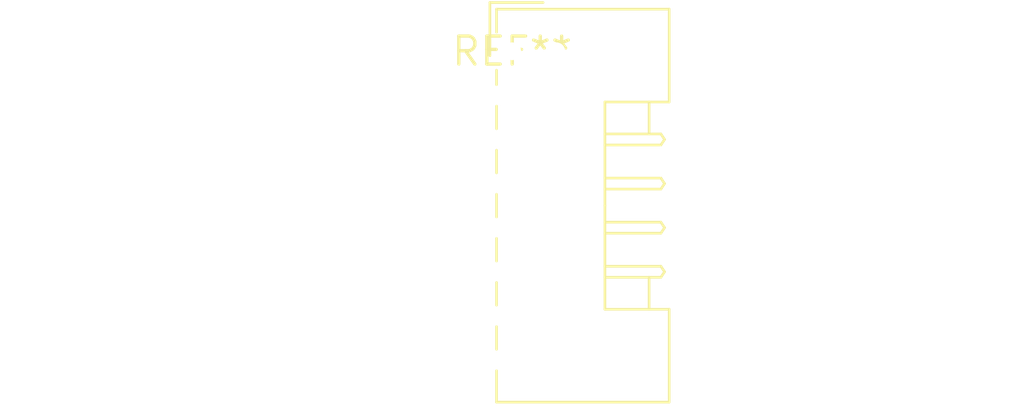
<source format=kicad_pcb>
(kicad_pcb (version 20240108) (generator pcbnew)
  (layers (0 "F.Cu" signal) (31 "B.Cu" signal) (34 "B.Paste" user) (35 "F.Paste" user) (36 "B.SilkS" user "B.Silkscreen") (37 "F.SilkS" user "F.Silkscreen") (38 "B.Mask" user) (39 "F.Mask" user) (44 "Edge.Cuts" user))
  (net 0 "")
  (footprint "JAE_LY20-16P-DLT1_2x08_P2.00mm_Horizontal" (layer "F.Cu") (at 0 0)
    (property "Reference" "REF**")
    (property "Value" "JAE_LY20-16P-DLT1_2x08_P2.00mm_Horizontal")
    (fp_line (start -1.01 -2.21) (end -1.01 0.2) (layer "F.SilkS") (stroke (width 0.12)))
    (fp_line (start -0.71 -1.91) (end -0.71 -0.86) (layer "F.SilkS") (stroke (width 0.12)))
    (fp_line (start -0.71 -1.91) (end 7.11 -1.91) (layer "F.SilkS") (stroke (width 0.12)))
    (fp_line (start -0.71 0.86) (end -0.71 1.514717) (layer "F.SilkS") (stroke (width 0.12)))
    (fp_line (start -0.71 2.485283) (end -0.71 3.514717) (layer "F.SilkS") (stroke (width 0.12)))
    (fp_line (start -0.71 4.485283) (end -0.71 5.514717) (layer "F.SilkS") (stroke (width 0.12)))
    (fp_line (start -0.71 6.485283) (end -0.71 7.514717) (layer "F.SilkS") (stroke (width 0.12)))
    (fp_line (start -0.71 8.485283) (end -0.71 9.514717) (layer "F.SilkS") (stroke (width 0.12)))
    (fp_line (start -0.71 10.485283) (end -0.71 11.514717) (layer "F.SilkS") (stroke (width 0.12)))
    (fp_line (start -0.71 12.485283) (end -0.71 13.514717) (layer "F.SilkS") (stroke (width 0.12)))
    (fp_line (start -0.71 14.485283) (end -0.71 15.91) (layer "F.SilkS") (stroke (width 0.12)))
    (fp_line (start -0.71 15.91) (end 7.11 15.91) (layer "F.SilkS") (stroke (width 0.12)))
    (fp_line (start 1.4 -2.21) (end -1.01 -2.21) (layer "F.SilkS") (stroke (width 0.12)))
    (fp_line (start 4.2 2.3) (end 4.2 7) (layer "F.SilkS") (stroke (width 0.12)))
    (fp_line (start 4.2 3.75) (end 6.733333 3.75) (layer "F.SilkS") (stroke (width 0.12)))
    (fp_line (start 4.2 5.75) (end 6.733333 5.75) (layer "F.SilkS") (stroke (width 0.12)))
    (fp_line (start 4.2 7.75) (end 6.733333 7.75) (layer "F.SilkS") (stroke (width 0.12)))
    (fp_line (start 4.2 9.75) (end 6.733333 9.75) (layer "F.SilkS") (stroke (width 0.12)))
    (fp_line (start 4.2 11.7) (end 4.2 7) (layer "F.SilkS") (stroke (width 0.12)))
    (fp_line (start 6.2 2.3) (end 6.2 3.75) (layer "F.SilkS") (stroke (width 0.12)))
    (fp_line (start 6.2 11.7) (end 6.2 10.25) (layer "F.SilkS") (stroke (width 0.12)))
    (fp_line (start 6.733333 3.75) (end 6.9 4) (layer "F.SilkS") (stroke (width 0.12)))
    (fp_line (start 6.733333 4.25) (end 4.2 4.25) (layer "F.SilkS") (stroke (width 0.12)))
    (fp_line (start 6.733333 5.75) (end 6.9 6) (layer "F.SilkS") (stroke (width 0.12)))
    (fp_line (start 6.733333 6.25) (end 4.2 6.25) (layer "F.SilkS") (stroke (width 0.12)))
    (fp_line (start 6.733333 7.75) (end 6.9 8) (layer "F.SilkS") (stroke (width 0.12)))
    (fp_line (start 6.733333 8.25) (end 4.2 8.25) (layer "F.SilkS") (stroke (width 0.12)))
    (fp_line (start 6.733333 9.75) (end 6.9 10) (layer "F.SilkS") (stroke (width 0.12)))
    (fp_line (start 6.733333 10.25) (end 4.2 10.25) (layer "F.SilkS") (stroke (width 0.12)))
    (fp_line (start 6.9 4) (end 6.733333 4.25) (layer "F.SilkS") (stroke (width 0.12)))
    (fp_line (start 6.9 6) (end 6.733333 6.25) (layer "F.SilkS") (stroke (width 0.12)))
    (fp_line (start 6.9 8) (end 6.733333 8.25) (layer "F.SilkS") (stroke (width 0.12)))
    (fp_line (start 6.9 10) (end 6.733333 10.25) (layer "F.SilkS") (stroke (width 0.12)))
    (fp_line (start 7.11 -1.91) (end 7.11 2.3) (layer "F.SilkS") (stroke (width 0.12)))
    (fp_line (start 7.11 2.3) (end 4.2 2.3) (layer "F.SilkS") (stroke (width 0.12)))
    (fp_line (start 7.11 11.7) (end 4.2 11.7) (layer "F.SilkS") (stroke (width 0.12)))
    (fp_line (start 7.11 15.91) (end 7.11 11.7) (layer "F.SilkS") (stroke (width 0.12)))
    (pad "a1" thru_hole roundrect (at 0 0) (size 1.2 1.2) (drill 0.8) (layers *.Cu *.Mask) (remove_unused_layers) (roundrect_rratio 0.208333))
    (pad "a2" thru_hole circle (at 0 2) (size 1.2 1.2) (drill 0.8) (layers *.Cu *.Mask) (remove_unused_layers))
    (pad "a3" thru_hole circle (at 0 4) (size 1.2 1.2) (drill 0.8) (layers *.Cu *.Mask) (remove_unused_layers))
    (pad "a4" thru_hole circle (at 0 6) (size 1.2 1.2) (drill 0.8) (layers *.Cu *.Mask) (remove_unused_layers))
    (pad "a5" thru_hole circle (at 0 8) (size 1.2 1.2) (drill 0.8) (layers *.Cu *.Mask) (remove_unused_layers))
    (pad "a6" thru_hole circle (at 0 10) (size 1.2 1.2) (drill 0.8) (layers *.Cu *.Mask) (remove_unused_layers))
    (pad "a7" thru_hole circle (at 0 12) (size 1.2 1.2) (drill 0.8) (layers *.Cu *.Mask) (remove_unused_layers))
    (pad "a8" thru_hole circle (at 0 14) (size 1.2 1.2) (drill 0.8) (layers *.Cu *.Mask) (remove_unused_layers))
    (pad "b1" thru_hole circle (at 2 0) (size 1.2 1.2) (drill 0.8) (layers *.Cu *.Mask) (remove_unused_layers))
    (pad "b2" thru_hole circle (at 2 2) (size 1.2 1.2) (drill 0.8) (layers *.Cu *.Mask) (remove_unused_layers))
    (pad "b3" thru_hole circle (at 2 4) (size 1.2 1.2) (drill 0.8) (layers *.Cu *.Mask) (remove_unused_layers))
    (pad "b4" thru_hole circle (at 2 6) (size 1.2 1.2) (drill 0.8) (layers *.Cu *.Mask) (remove_unused_layers))
    (pad "b5" thru_hole circle (at 2 8) (size 1.2 1.2) (drill 0.8) (layers *.Cu *.Mask) (remove_unused_layers))
    (pad "b6" thru_hole circle (at 2 10) (size 1.2 1.2) (drill 0.8) (layers *.Cu *.Mask) (remove_unused_layers))
    (pad "b7" thru_hole circle (at 2 12) (size 1.2 1.2) (drill 0.8) (layers *.Cu *.Mask) (remove_unused_layers))
    (pad "b8" thru_hole circle (at 2 14) (size 1.2 1.2) (drill 0.8) (layers *.Cu *.Mask) (remove_unused_layers))
  )
)
</source>
